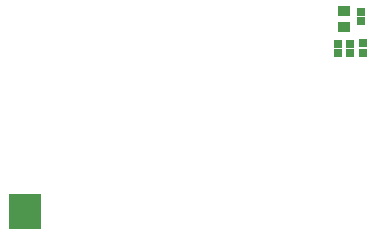
<source format=gbr>
%TF.GenerationSoftware,Altium Limited,Altium Designer,21.8.1 (53)*%
G04 Layer_Color=3931*
%FSLAX45Y45*%
%MOMM*%
%TF.SameCoordinates,7374835A-4B4A-4399-96A1-91FF428CB2AC*%
%TF.FilePolarity,Negative*%
%TF.FileFunction,Soldermask,Top*%
%TF.Part,Single*%
G01*
G75*
%TA.AperFunction,SMDPad,CuDef*%
%ADD22R,2.70320X0.50320*%
%ADD25R,0.72320X0.72320*%
%ADD26R,0.72320X0.70320*%
%ADD27R,1.00320X0.90320*%
D22*
X155000Y300100D02*
D03*
Y250100D02*
D03*
Y200100D02*
D03*
Y150100D02*
D03*
Y100100D02*
D03*
Y50100D02*
D03*
D25*
X2906010Y1597080D02*
D03*
Y1517080D02*
D03*
X2809517Y1597079D02*
D03*
Y1517079D02*
D03*
X3000927Y1786706D02*
D03*
Y1866706D02*
D03*
D26*
X3014227Y1599076D02*
D03*
Y1515079D02*
D03*
D27*
X2852509Y1739210D02*
D03*
Y1874206D02*
D03*
%TF.MD5,f5e1231793a4249a9e8705c854b06ad5*%
M02*

</source>
